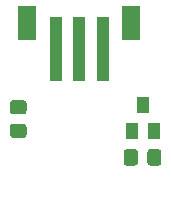
<source format=gbr>
%TF.GenerationSoftware,KiCad,Pcbnew,(5.1.8-0-10_14)*%
%TF.CreationDate,2021-03-11T12:17:28+11:00*%
%TF.ProjectId,Open-JIP(KiCad)_T3.6_OD,4f70656e-2d4a-4495-9028-4b6943616429,rev?*%
%TF.SameCoordinates,Original*%
%TF.FileFunction,Paste,Top*%
%TF.FilePolarity,Positive*%
%FSLAX46Y46*%
G04 Gerber Fmt 4.6, Leading zero omitted, Abs format (unit mm)*
G04 Created by KiCad (PCBNEW (5.1.8-0-10_14)) date 2021-03-11 12:17:28*
%MOMM*%
%LPD*%
G01*
G04 APERTURE LIST*
%ADD10R,1.600000X3.000000*%
%ADD11R,1.000000X5.500000*%
%ADD12R,1.000000X1.400000*%
G04 APERTURE END LIST*
D10*
%TO.C,J1*%
X70650000Y-117125000D03*
X79450000Y-117125000D03*
D11*
X77050000Y-119375000D03*
X75050000Y-119375000D03*
X73050000Y-119375000D03*
%TD*%
%TO.C,R4*%
G36*
G01*
X70325001Y-124875000D02*
X69424999Y-124875000D01*
G75*
G02*
X69175000Y-124625001I0J249999D01*
G01*
X69175000Y-123924999D01*
G75*
G02*
X69424999Y-123675000I249999J0D01*
G01*
X70325001Y-123675000D01*
G75*
G02*
X70575000Y-123924999I0J-249999D01*
G01*
X70575000Y-124625001D01*
G75*
G02*
X70325001Y-124875000I-249999J0D01*
G01*
G37*
G36*
G01*
X70325001Y-126875000D02*
X69424999Y-126875000D01*
G75*
G02*
X69175000Y-126625001I0J249999D01*
G01*
X69175000Y-125924999D01*
G75*
G02*
X69424999Y-125675000I249999J0D01*
G01*
X70325001Y-125675000D01*
G75*
G02*
X70575000Y-125924999I0J-249999D01*
G01*
X70575000Y-126625001D01*
G75*
G02*
X70325001Y-126875000I-249999J0D01*
G01*
G37*
%TD*%
%TO.C,R1*%
G36*
G01*
X80000000Y-128074999D02*
X80000000Y-128975001D01*
G75*
G02*
X79750001Y-129225000I-249999J0D01*
G01*
X79049999Y-129225000D01*
G75*
G02*
X78800000Y-128975001I0J249999D01*
G01*
X78800000Y-128074999D01*
G75*
G02*
X79049999Y-127825000I249999J0D01*
G01*
X79750001Y-127825000D01*
G75*
G02*
X80000000Y-128074999I0J-249999D01*
G01*
G37*
G36*
G01*
X82000000Y-128074999D02*
X82000000Y-128975001D01*
G75*
G02*
X81750001Y-129225000I-249999J0D01*
G01*
X81049999Y-129225000D01*
G75*
G02*
X80800000Y-128975001I0J249999D01*
G01*
X80800000Y-128074999D01*
G75*
G02*
X81049999Y-127825000I249999J0D01*
G01*
X81750001Y-127825000D01*
G75*
G02*
X82000000Y-128074999I0J-249999D01*
G01*
G37*
%TD*%
D12*
%TO.C,Q1*%
X79500000Y-126300000D03*
X81400000Y-126300000D03*
X80450000Y-124100000D03*
%TD*%
M02*

</source>
